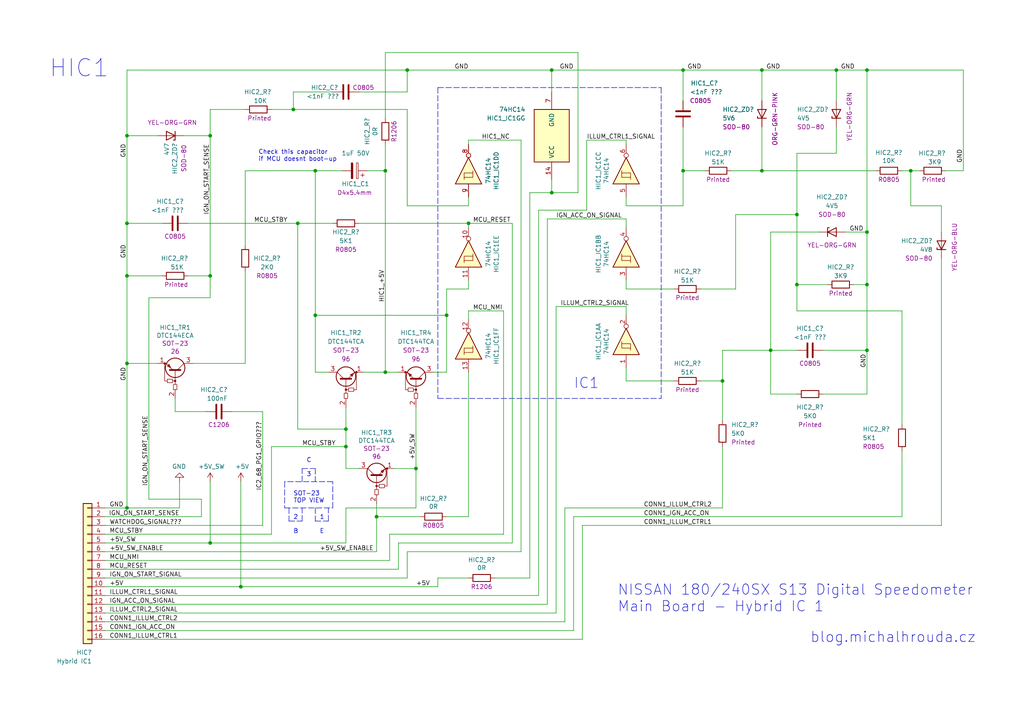
<source format=kicad_sch>
(kicad_sch (version 20250114) (generator "eeschema") (generator_version "9.0")
  (paper "A4")
  (title_block (date "2026-01-31") (rev "REV3"))
  (lib_symbols
    (symbol "180sx-240sx-s13-digidash-rescue:+5V-power" (power) (pin_names (offset 0))
      (property "Value" "power_+5V" (at 0 3.556 0))
      (symbol "+5V-power_0_1"
        (polyline (pts (xy -0.762 1.27) (xy 0 2.54)))
        (polyline (pts (xy 0 2.54) (xy 0.762 1.27)))
        (polyline (pts (xy 0 0) (xy 0 2.54)))
      )
      (symbol "+5V-power_1_1"
        (pin power_in line (at 0 0 90) (length 0) (hide yes) (name "+5V") (number "1"))
      )
    )
    (symbol "180sx-240sx-s13-digidash-rescue:GND-power" (power) (pin_names (offset 0))
      (property "Value" "power_GND" (at 0 -3.81 0))
      (symbol "GND-power_0_1"
        (polyline (pts (xy 0 0) (xy 0 -1.27) (xy 1.27 -1.27) (xy 0 -2.54) (xy -1.27 -1.27) (xy 0 -1.27)))
      )
      (symbol "GND-power_1_1"
        (pin power_in line (at 0 0 270) (length 0) (hide yes) (name "GND") (number "1"))
      )
    )
    (symbol "180sx-240sx-s13-digidash-rescue:Q_NPN_EBC_BRT-Device" (pin_names (hide yes))
      (property "Reference" "Q" (at 3.81 1.27 0))
      (property "Value" "Device_Q_NPN_EBC_BRT" (at 3.81 -1.27 0))
      (symbol "Q_NPN_EBC_BRT-Device_0_1"
        (rectangle (start -6.35 0.508) (end -4.826 -0.508))
        (rectangle (start -4.318 -2.286) (end -3.302 -0.762))
        (circle (center -3.81 0) (radius 0.254) (fill (type outline)))
        (polyline (pts (xy -3.81 -0.762) (xy -3.81 0)))
        (polyline (pts (xy -3.81 -2.286) (xy -3.81 -3.048) (xy 1.27 -3.048)))
        (polyline (pts (xy -0.762 0) (xy -4.826 0)))
        (polyline (pts (xy -0.635 1.524) (xy -0.635 -1.524)) (stroke (width 0.508)))
        (circle (center 1.27 -3.048) (radius 0.254) (fill (type outline)))
      )
      (symbol "Q_NPN_EBC_BRT-Device_1_1"
        (polyline (pts (xy -0.635 0.635) (xy 1.27 2.54)))
        (polyline (pts (xy -0.635 -0.635) (xy 1.27 -2.54) (xy 1.27 -2.54)))
        (circle (center 0 0) (radius 2.8194) (stroke (width 0.254)))
        (polyline (pts (xy 0 -1.778) (xy 0.508 -1.27) (xy 1.016 -2.286) (xy 0 -1.778) (xy 0 -1.778)) (fill (type outline)))
        (pin input line (at -8.89 0 0) (length 2.54) (name "B") (number "2"))
        (pin passive line (at 1.27 5.08 270) (length 2.54) (name "C") (number "3"))
        (pin passive line (at 1.27 -5.08 90) (length 2.54) (name "E") (number "1"))
      )
    )
    (symbol "180sx-240sx-s13-digidash-rescue:Q_PNP_EBC_BRT-Device" (pin_names (hide yes))
      (property "Reference" "Q" (at 3.81 1.27 0))
      (property "Value" "Device_Q_PNP_EBC_BRT" (at 3.81 -1.27 0))
      (symbol "Q_PNP_EBC_BRT-Device_0_1"
        (rectangle (start -6.35 0.508) (end -4.826 -0.508))
        (rectangle (start -4.318 -2.286) (end -3.302 -0.762))
        (circle (center -3.81 0) (radius 0.254) (fill (type outline)))
        (polyline (pts (xy -3.81 -0.762) (xy -3.81 0)))
        (polyline (pts (xy -3.81 -2.286) (xy -3.81 -3.048) (xy 1.27 -3.048)))
        (polyline (pts (xy -0.762 0) (xy -4.826 0)))
        (polyline (pts (xy -0.635 1.524) (xy -0.635 -1.524)) (stroke (width 0.508)))
        (polyline (pts (xy 1.016 -1.778) (xy 0.508 -2.286) (xy 0 -1.27) (xy 1.016 -1.778) (xy 1.016 -1.778)) (fill (type outline)))
        (circle (center 1.27 -3.048) (radius 0.254) (fill (type outline)))
      )
      (symbol "Q_PNP_EBC_BRT-Device_1_1"
        (polyline (pts (xy -0.635 0.635) (xy 1.27 2.54)))
        (polyline (pts (xy -0.635 -0.635) (xy 1.27 -2.54) (xy 1.27 -2.54)))
        (circle (center 0 0) (radius 2.8194) (stroke (width 0.254)))
        (pin input line (at -8.89 0 0) (length 2.54) (name "B") (number "2"))
        (pin passive line (at 1.27 5.08 270) (length 2.54) (name "C") (number "3"))
        (pin passive line (at 1.27 -5.08 90) (length 2.54) (name "E") (number "1"))
      )
    )
    (symbol "200sx-digi-dash-rescue:+5V_SW-power" (power) (pin_names (offset 0))
      (property "Value" "+5V_SW-power" (at 0 3.556 0))
      (symbol "+5V_SW-power_0_1"
        (polyline (pts (xy -0.762 1.27) (xy 0 2.54)))
        (polyline (pts (xy 0 2.54) (xy 0.762 1.27)))
        (polyline (pts (xy 0 0) (xy 0 2.54)))
      )
      (symbol "+5V_SW-power_1_1"
        (pin power_in line (at 0 0 90) (length 0) (hide yes) (name "+5V_SW") (number "1"))
      )
    )
    (symbol "200sx-digi-dash-rescue:C_Polarized-Device" (pin_numbers (hide yes)) (pin_names (offset 0.254))
      (property "Reference" "C" (at 0.635 2.54 0))
      (property "Value" "C_Polarized-Device" (at 0.635 -2.54 0))
      (symbol "C_Polarized-Device_0_1"
        (rectangle (start -2.286 0.508) (end 2.286 1.016))
        (polyline (pts (xy -1.778 2.286) (xy -0.762 2.286)))
        (polyline (pts (xy -1.27 2.794) (xy -1.27 1.778)))
        (rectangle (start 2.286 -0.508) (end -2.286 -1.016) (fill (type outline)))
      )
      (symbol "C_Polarized-Device_1_1"
        (pin passive line (at 0 3.81 270) (length 2.794) (name "~") (number "1"))
        (pin passive line (at 0 -3.81 90) (length 2.794) (name "~") (number "2"))
      )
    )
    (symbol "74xx:74HC14" (pin_names (offset 1.016))
      (property "Reference" "U" (at 0 1.27 0))
      (property "Value" "74HC14" (at 0 -1.27 0))
      (symbol "74HC14_1_0"
        (polyline (pts (xy -3.81 3.81) (xy -3.81 -3.81) (xy 3.81 0) (xy -3.81 3.81)) (stroke (width 0.254)) (fill (type background)))
        (pin input line (at -7.62 0 0) (length 3.81) (name "~") (number "1"))
        (pin output inverted (at 7.62 0 180) (length 3.81) (name "~") (number "2"))
      )
      (symbol "74HC14_1_1"
        (polyline (pts (xy -2.54 -1.27) (xy -0.635 -1.27) (xy -0.635 1.27) (xy 0 1.27)))
        (polyline (pts (xy -1.905 -1.27) (xy -1.905 1.27) (xy -0.635 1.27)))
      )
      (symbol "74HC14_2_0"
        (polyline (pts (xy -3.81 3.81) (xy -3.81 -3.81) (xy 3.81 0) (xy -3.81 3.81)) (stroke (width 0.254)) (fill (type background)))
        (pin input line (at -7.62 0 0) (length 3.81) (name "~") (number "3"))
        (pin output inverted (at 7.62 0 180) (length 3.81) (name "~") (number "4"))
      )
      (symbol "74HC14_2_1"
        (polyline (pts (xy -2.54 -1.27) (xy -0.635 -1.27) (xy -0.635 1.27) (xy 0 1.27)))
        (polyline (pts (xy -1.905 -1.27) (xy -1.905 1.27) (xy -0.635 1.27)))
      )
      (symbol "74HC14_3_0"
        (polyline (pts (xy -3.81 3.81) (xy -3.81 -3.81) (xy 3.81 0) (xy -3.81 3.81)) (stroke (width 0.254)) (fill (type background)))
        (pin input line (at -7.62 0 0) (length 3.81) (name "~") (number "5"))
        (pin output inverted (at 7.62 0 180) (length 3.81) (name "~") (number "6"))
      )
      (symbol "74HC14_3_1"
        (polyline (pts (xy -2.54 -1.27) (xy -0.635 -1.27) (xy -0.635 1.27) (xy 0 1.27)))
        (polyline (pts (xy -1.905 -1.27) (xy -1.905 1.27) (xy -0.635 1.27)))
      )
      (symbol "74HC14_4_0"
        (polyline (pts (xy -3.81 3.81) (xy -3.81 -3.81) (xy 3.81 0) (xy -3.81 3.81)) (stroke (width 0.254)) (fill (type background)))
        (pin input line (at -7.62 0 0) (length 3.81) (name "~") (number "9"))
        (pin output inverted (at 7.62 0 180) (length 3.81) (name "~") (number "8"))
      )
      (symbol "74HC14_4_1"
        (polyline (pts (xy -2.54 -1.27) (xy -0.635 -1.27) (xy -0.635 1.27) (xy 0 1.27)))
        (polyline (pts (xy -1.905 -1.27) (xy -1.905 1.27) (xy -0.635 1.27)))
      )
      (symbol "74HC14_5_0"
        (polyline (pts (xy -3.81 3.81) (xy -3.81 -3.81) (xy 3.81 0) (xy -3.81 3.81)) (stroke (width 0.254)) (fill (type background)))
        (pin input line (at -7.62 0 0) (length 3.81) (name "~") (number "11"))
        (pin output inverted (at 7.62 0 180) (length 3.81) (name "~") (number "10"))
      )
      (symbol "74HC14_5_1"
        (polyline (pts (xy -2.54 -1.27) (xy -0.635 -1.27) (xy -0.635 1.27) (xy 0 1.27)))
        (polyline (pts (xy -1.905 -1.27) (xy -1.905 1.27) (xy -0.635 1.27)))
      )
      (symbol "74HC14_6_0"
        (polyline (pts (xy -3.81 3.81) (xy -3.81 -3.81) (xy 3.81 0) (xy -3.81 3.81)) (stroke (width 0.254)) (fill (type background)))
        (pin input line (at -7.62 0 0) (length 3.81) (name "~") (number "13"))
        (pin output inverted (at 7.62 0 180) (length 3.81) (name "~") (number "12"))
      )
      (symbol "74HC14_6_1"
        (polyline (pts (xy -2.54 -1.27) (xy -0.635 -1.27) (xy -0.635 1.27) (xy 0 1.27)))
        (polyline (pts (xy -1.905 -1.27) (xy -1.905 1.27) (xy -0.635 1.27)))
      )
      (symbol "74HC14_7_0"
        (pin power_in line (at 0 12.7 270) (length 5.08) (name "VCC") (number "14"))
        (pin power_in line (at 0 -12.7 90) (length 5.08) (name "GND") (number "7"))
      )
      (symbol "74HC14_7_1"
        (rectangle (start -5.08 7.62) (end 5.08 -7.62) (stroke (width 0.254)) (fill (type background)))
      )
    )
    (symbol "Connector_Generic:Conn_01x16" (pin_names (offset 1.016) (hide yes))
      (property "Reference" "J" (at 0 20.32 0))
      (property "Value" "Conn_01x16" (at 0 -22.86 0))
      (symbol "Conn_01x16_1_1"
        (rectangle (start -1.27 19.05) (end 1.27 -21.59) (stroke (width 0.254)) (fill (type background)))
        (rectangle (start -1.27 17.907) (end 0 17.653) (stroke (width 0.1524)))
        (rectangle (start -1.27 15.367) (end 0 15.113) (stroke (width 0.1524)))
        (rectangle (start -1.27 12.827) (end 0 12.573) (stroke (width 0.1524)))
        (rectangle (start -1.27 10.287) (end 0 10.033) (stroke (width 0.1524)))
        (rectangle (start -1.27 7.747) (end 0 7.493) (stroke (width 0.1524)))
        (rectangle (start -1.27 5.207) (end 0 4.953) (stroke (width 0.1524)))
        (rectangle (start -1.27 2.667) (end 0 2.413) (stroke (width 0.1524)))
        (rectangle (start -1.27 0.127) (end 0 -0.127) (stroke (width 0.1524)))
        (rectangle (start -1.27 -2.413) (end 0 -2.667) (stroke (width 0.1524)))
        (rectangle (start -1.27 -4.953) (end 0 -5.207) (stroke (width 0.1524)))
        (rectangle (start -1.27 -7.493) (end 0 -7.747) (stroke (width 0.1524)))
        (rectangle (start -1.27 -10.033) (end 0 -10.287) (stroke (width 0.1524)))
        (rectangle (start -1.27 -12.573) (end 0 -12.827) (stroke (width 0.1524)))
        (rectangle (start -1.27 -15.113) (end 0 -15.367) (stroke (width 0.1524)))
        (rectangle (start -1.27 -17.653) (end 0 -17.907) (stroke (width 0.1524)))
        (rectangle (start -1.27 -20.193) (end 0 -20.447) (stroke (width 0.1524)))
        (pin passive line (at -5.08 17.78 0) (length 3.81) (name "Pin_1") (number "1"))
        (pin passive line (at -5.08 15.24 0) (length 3.81) (name "Pin_2") (number "2"))
        (pin passive line (at -5.08 12.7 0) (length 3.81) (name "Pin_3") (number "3"))
        (pin passive line (at -5.08 10.16 0) (length 3.81) (name "Pin_4") (number "4"))
        (pin passive line (at -5.08 7.62 0) (length 3.81) (name "Pin_5") (number "5"))
        (pin passive line (at -5.08 5.08 0) (length 3.81) (name "Pin_6") (number "6"))
        (pin passive line (at -5.08 2.54 0) (length 3.81) (name "Pin_7") (number "7"))
        (pin passive line (at -5.08 0 0) (length 3.81) (name "Pin_8") (number "8"))
        (pin passive line (at -5.08 -2.54 0) (length 3.81) (name "Pin_9") (number "9"))
        (pin passive line (at -5.08 -5.08 0) (length 3.81) (name "Pin_10") (number "10"))
        (pin passive line (at -5.08 -7.62 0) (length 3.81) (name "Pin_11") (number "11"))
        (pin passive line (at -5.08 -10.16 0) (length 3.81) (name "Pin_12") (number "12"))
        (pin passive line (at -5.08 -12.7 0) (length 3.81) (name "Pin_13") (number "13"))
        (pin passive line (at -5.08 -15.24 0) (length 3.81) (name "Pin_14") (number "14"))
        (pin passive line (at -5.08 -17.78 0) (length 3.81) (name "Pin_15") (number "15"))
        (pin passive line (at -5.08 -20.32 0) (length 3.81) (name "Pin_16") (number "16"))
      )
    )
    (symbol "Device:C" (pin_numbers (hide yes)) (pin_names (offset 0.254))
      (property "Reference" "C" (at 0.635 2.54 0))
      (property "Value" "C" (at 0.635 -2.54 0))
      (symbol "C_0_1"
        (polyline (pts (xy -2.032 0.762) (xy 2.032 0.762)) (stroke (width 0.508)))
        (polyline (pts (xy -2.032 -0.762) (xy 2.032 -0.762)) (stroke (width 0.508)))
      )
      (symbol "C_1_1"
        (pin passive line (at 0 3.81 270) (length 2.794) (name "~") (number "1"))
        (pin passive line (at 0 -3.81 90) (length 2.794) (name "~") (number "2"))
      )
    )
    (symbol "Device:D_Zener" (pin_numbers (hide yes)) (pin_names (offset 1.016) (hide yes))
      (property "Reference" "D" (at 0 2.54 0))
      (property "Value" "D_Zener" (at 0 -2.54 0))
      (symbol "D_Zener_0_1"
        (polyline (pts (xy -1.27 -1.27) (xy -1.27 1.27) (xy -0.762 1.27)) (stroke (width 0.254)))
        (polyline (pts (xy 1.27 0) (xy -1.27 0)))
        (polyline (pts (xy 1.27 -1.27) (xy 1.27 1.27) (xy -1.27 0) (xy 1.27 -1.27)) (stroke (width 0.254)))
      )
      (symbol "D_Zener_1_1"
        (pin passive line (at -3.81 0 0) (length 2.54) (name "K") (number "1"))
        (pin passive line (at 3.81 0 180) (length 2.54) (name "A") (number "2"))
      )
    )
    (symbol "Device:R" (pin_numbers (hide yes)) (pin_names (offset 0))
      (property "Reference" "R" (at 2.032 0 90))
      (property "Value" "R" (at 0 0 90))
      (symbol "R_0_1"
        (rectangle (start -1.016 -2.54) (end 1.016 2.54) (stroke (width 0.254)))
      )
      (symbol "R_1_1"
        (pin passive line (at 0 3.81 270) (length 1.27) (name "~") (number "1"))
        (pin passive line (at 0 -3.81 90) (length 1.27) (name "~") (number "2"))
      )
    )
  )
  (text "HIC1" (at 31.75 22.86 0) (effects (font (size 5.0038 5.0038)) (justify right bottom)))
  (text "NISSAN 180/240SX S13 Digital Speedometer\nMain Board - Hybrid IC 1" (at 179.07 177.8 0) (effects (font (size 2.9972 2.9972)) (justify left bottom)))
  (text "2\n\nB" (at 85.09 154.94 0) (effects (font (size 1.27 1.27)) (justify left bottom)))
  (text "SOT-23\nTOP VIEW" (at 85.09 146.05 0) (effects (font (size 1.27 1.27)) (justify left bottom)))
  (text "C\n\n3" (at 88.9 138.43 0) (effects (font (size 1.27 1.27)) (justify left bottom)))
  (text "Check this capacitor\nif MCU doesnt boot-up" (at 74.93 46.99 0) (effects (font (size 1.27 1.27)) (justify left bottom)))
  (text "1\n\nE" (at 92.71 154.94 0) (effects (font (size 1.27 1.27)) (justify left bottom)))
  (text "IC1" (at 166.37 113.03 0) (effects (font (size 2.9972 2.9972)) (justify left bottom)))
  (text "blog.michalhrouda.cz" (at 234.95 186.69 0) (effects (font (size 2.9972 2.9972)) (justify left bottom)))
  (junction (at 160.02 55.88))
  (junction (at 118.11 20.32))
  (junction (at 60.96 80.01))
  (junction (at 251.46 20.32))
  (junction (at 160.02 20.32))
  (junction (at 109.22 149.86))
  (junction (at 100.33 129.54))
  (junction (at 231.14 82.55))
  (junction (at 264.16 49.53))
  (junction (at 91.44 49.53))
  (junction (at 231.14 62.23))
  (junction (at 36.83 80.01))
  (junction (at 36.83 64.77))
  (junction (at 251.46 67.31))
  (junction (at 100.33 124.46))
  (junction (at 220.98 20.32))
  (junction (at 198.12 49.53))
  (junction (at 251.46 82.55))
  (junction (at 36.83 147.32))
  (junction (at 85.09 31.75))
  (junction (at 251.46 101.6))
  (junction (at 86.36 64.77))
  (junction (at 60.96 39.37))
  (junction (at 129.54 91.44))
  (junction (at 60.96 157.48))
  (junction (at 198.12 20.32))
  (junction (at 91.44 91.44))
  (junction (at 111.76 49.53))
  (junction (at 220.98 49.53))
  (junction (at 36.83 39.37))
  (junction (at 135.89 64.77))
  (junction (at 69.85 170.18))
  (junction (at 223.52 101.6))
  (junction (at 242.57 20.32))
  (junction (at 36.83 105.41))
  (junction (at 209.55 110.49))
  (junction (at 111.76 107.95))
  (junction (at 120.65 135.89))
  (wire (pts (xy 86.36 124.46) (xy 86.36 64.77)))
  (wire (pts (xy 198.12 49.53) (xy 198.12 59.69)))
  (wire (pts (xy 100.33 129.54) (xy 100.33 124.46)))
  (wire (pts (xy 231.14 44.45) (xy 242.57 44.45)))
  (wire (pts (xy 160.02 26.67) (xy 160.02 20.32)))
  (wire (pts (xy 30.48 152.4) (xy 76.2 152.4)))
  (wire (pts (xy 166.37 149.86) (xy 261.62 149.86)))
  (wire (pts (xy 114.3 135.89) (xy 120.65 135.89)))
  (wire (pts (xy 60.96 39.37) (xy 60.96 80.01)))
  (wire (pts (xy 30.48 175.26) (xy 158.75 175.26)))
  (wire (pts (xy 76.2 152.4) (xy 76.2 119.38)))
  (polyline (pts (xy 127 25.4) (xy 127 115.57)) (stroke (width 0) (type dash)))
  (wire (pts (xy 113.03 162.56) (xy 113.03 154.94)))
  (wire (pts (xy 36.83 20.32) (xy 118.11 20.32)))
  (wire (pts (xy 181.61 57.15) (xy 181.61 59.69)))
  (wire (pts (xy 69.85 170.18) (xy 127 170.18)))
  (polyline (pts (xy 91.44 151.13) (xy 95.25 151.13)) (stroke (width 0) (type dash)))
  (wire (pts (xy 203.2 83.82) (xy 213.36 83.82)))
  (polyline (pts (xy 82.55 139.7) (xy 82.55 147.32)) (stroke (width 0) (type dash)))
  (wire (pts (xy 160.02 20.32) (xy 198.12 20.32)))
  (wire (pts (xy 166.37 182.88) (xy 166.37 149.86)))
  (wire (pts (xy 30.48 147.32) (xy 36.83 147.32)))
  (wire (pts (xy 60.96 80.01) (xy 54.61 80.01)))
  (wire (pts (xy 156.21 172.72) (xy 156.21 60.96)))
  (polyline (pts (xy 127 115.57) (xy 191.77 115.57)) (stroke (width 0) (type dash)))
  (wire (pts (xy 251.46 114.3) (xy 251.46 101.6)))
  (wire (pts (xy 223.52 101.6) (xy 209.55 101.6)))
  (wire (pts (xy 118.11 20.32) (xy 160.02 20.32)))
  (wire (pts (xy 30.48 154.94) (xy 78.74 154.94)))
  (wire (pts (xy 135.89 107.95) (xy 135.89 149.86)))
  (wire (pts (xy 127 167.64) (xy 135.89 167.64)))
  (wire (pts (xy 151.13 40.64) (xy 151.13 160.02)))
  (wire (pts (xy 52.07 147.32) (xy 52.07 139.7)))
  (wire (pts (xy 251.46 67.31) (xy 251.46 20.32)))
  (wire (pts (xy 96.52 64.77) (xy 86.36 64.77)))
  (wire (pts (xy 156.21 60.96) (xy 170.18 60.96)))
  (wire (pts (xy 135.89 81.28) (xy 135.89 83.82)))
  (wire (pts (xy 118.11 31.75) (xy 118.11 59.69)))
  (wire (pts (xy 195.58 83.82) (xy 181.61 83.82)))
  (wire (pts (xy 30.48 172.72) (xy 156.21 172.72)))
  (wire (pts (xy 36.83 64.77) (xy 36.83 39.37)))
  (wire (pts (xy 261.62 123.19) (xy 261.62 90.17)))
  (wire (pts (xy 100.33 157.48) (xy 100.33 147.32)))
  (wire (pts (xy 85.09 26.67) (xy 85.09 31.75)))
  (wire (pts (xy 168.91 152.4) (xy 273.05 152.4)))
  (wire (pts (xy 231.14 82.55) (xy 231.14 90.17)))
  (wire (pts (xy 43.18 86.36) (xy 43.18 144.78)))
  (wire (pts (xy 153.67 55.88) (xy 160.02 55.88)))
  (wire (pts (xy 91.44 49.53) (xy 91.44 91.44)))
  (polyline (pts (xy 191.77 25.4) (xy 191.77 115.57)) (stroke (width 0) (type dash)))
  (wire (pts (xy 163.83 180.34) (xy 163.83 147.32)))
  (polyline (pts (xy 83.82 151.13) (xy 87.63 151.13)) (stroke (width 0) (type dash)))
  (wire (pts (xy 168.91 185.42) (xy 168.91 152.4)))
  (wire (pts (xy 120.65 147.32) (xy 120.65 135.89)))
  (wire (pts (xy 118.11 26.67) (xy 118.11 20.32)))
  (wire (pts (xy 129.54 91.44) (xy 129.54 83.82)))
  (wire (pts (xy 167.64 55.88) (xy 160.02 55.88)))
  (wire (pts (xy 195.58 110.49) (xy 181.61 110.49)))
  (wire (pts (xy 148.59 64.77) (xy 135.89 64.77)))
  (polyline (pts (xy 95.25 151.13) (xy 95.25 147.32)) (stroke (width 0) (type dash)))
  (wire (pts (xy 220.98 49.53) (xy 254 49.53)))
  (wire (pts (xy 242.57 29.21) (xy 242.57 20.32)))
  (wire (pts (xy 78.74 129.54) (xy 100.33 129.54)))
  (wire (pts (xy 279.4 20.32) (xy 279.4 49.53)))
  (wire (pts (xy 60.96 157.48) (xy 60.96 139.7)))
  (polyline (pts (xy 87.63 151.13) (xy 87.63 147.32)) (stroke (width 0) (type dash)))
  (wire (pts (xy 135.89 40.64) (xy 151.13 40.64)))
  (wire (pts (xy 273.05 67.31) (xy 273.05 59.69)))
  (wire (pts (xy 204.47 49.53) (xy 198.12 49.53)))
  (wire (pts (xy 30.48 180.34) (xy 163.83 180.34)))
  (wire (pts (xy 279.4 49.53) (xy 274.32 49.53)))
  (wire (pts (xy 129.54 107.95) (xy 129.54 91.44)))
  (wire (pts (xy 231.14 90.17) (xy 261.62 90.17)))
  (wire (pts (xy 58.42 144.78) (xy 58.42 149.86)))
  (wire (pts (xy 69.85 139.7) (xy 69.85 170.18)))
  (wire (pts (xy 163.83 147.32) (xy 209.55 147.32)))
  (wire (pts (xy 60.96 157.48) (xy 100.33 157.48)))
  (wire (pts (xy 261.62 149.86) (xy 261.62 130.81)))
  (wire (pts (xy 181.61 40.64) (xy 170.18 40.64)))
  (wire (pts (xy 43.18 86.36) (xy 60.96 86.36)))
  (wire (pts (xy 231.14 62.23) (xy 213.36 62.23)))
  (wire (pts (xy 220.98 20.32) (xy 242.57 20.32)))
  (polyline (pts (xy 83.82 147.32) (xy 83.82 151.13)) (stroke (width 0) (type dash)))
  (wire (pts (xy 223.52 114.3) (xy 231.14 114.3)))
  (wire (pts (xy 125.73 107.95) (xy 129.54 107.95)))
  (wire (pts (xy 30.48 149.86) (xy 58.42 149.86)))
  (wire (pts (xy 181.61 59.69) (xy 198.12 59.69)))
  (wire (pts (xy 273.05 59.69) (xy 264.16 59.69)))
  (wire (pts (xy 85.09 26.67) (xy 96.52 26.67)))
  (wire (pts (xy 91.44 91.44) (xy 91.44 107.95)))
  (polyline (pts (xy 96.52 139.7) (xy 82.55 139.7)) (stroke (width 0) (type dash)))
  (wire (pts (xy 78.74 129.54) (xy 78.74 154.94)))
  (wire (pts (xy 238.76 114.3) (xy 251.46 114.3)))
  (wire (pts (xy 91.44 91.44) (xy 129.54 91.44)))
  (wire (pts (xy 181.61 66.04) (xy 181.61 63.5)))
  (wire (pts (xy 111.76 107.95) (xy 115.57 107.95)))
  (wire (pts (xy 100.33 129.54) (xy 100.33 135.89)))
  (wire (pts (xy 264.16 59.69) (xy 264.16 49.53)))
  (wire (pts (xy 118.11 160.02) (xy 151.13 160.02)))
  (wire (pts (xy 161.29 177.8) (xy 161.29 88.9)))
  (wire (pts (xy 209.55 147.32) (xy 209.55 129.54)))
  (wire (pts (xy 109.22 149.86) (xy 121.92 149.86)))
  (wire (pts (xy 223.52 101.6) (xy 231.14 101.6)))
  (wire (pts (xy 135.89 57.15) (xy 135.89 59.69)))
  (wire (pts (xy 60.96 86.36) (xy 60.96 80.01)))
  (wire (pts (xy 127 170.18) (xy 127 167.64)))
  (wire (pts (xy 143.51 167.64) (xy 153.67 167.64)))
  (wire (pts (xy 135.89 90.17) (xy 146.05 90.17)))
  (wire (pts (xy 104.14 135.89) (xy 100.33 135.89)))
  (wire (pts (xy 71.12 71.12) (xy 71.12 49.53)))
  (wire (pts (xy 115.57 157.48) (xy 148.59 157.48)))
  (wire (pts (xy 181.61 41.91) (xy 181.61 40.64)))
  (polyline (pts (xy 96.52 147.32) (xy 96.52 139.7)) (stroke (width 0) (type dash)))
  (wire (pts (xy 60.96 39.37) (xy 60.96 31.75)))
  (wire (pts (xy 220.98 49.53) (xy 220.98 36.83)))
  (wire (pts (xy 135.89 149.86) (xy 129.54 149.86)))
  (wire (pts (xy 36.83 39.37) (xy 36.83 20.32)))
  (wire (pts (xy 135.89 64.77) (xy 135.89 66.04)))
  (wire (pts (xy 111.76 34.29) (xy 111.76 15.24)))
  (wire (pts (xy 105.41 107.95) (xy 111.76 107.95)))
  (wire (pts (xy 146.05 154.94) (xy 113.03 154.94)))
  (wire (pts (xy 251.46 82.55) (xy 251.46 101.6)))
  (wire (pts (xy 36.83 147.32) (xy 52.07 147.32)))
  (polyline (pts (xy 91.44 135.89) (xy 91.44 139.7)) (stroke (width 0) (type dash)))
  (wire (pts (xy 71.12 49.53) (xy 91.44 49.53)))
  (wire (pts (xy 46.99 64.77) (xy 36.83 64.77)))
  (wire (pts (xy 209.55 110.49) (xy 209.55 121.92)))
  (wire (pts (xy 161.29 88.9) (xy 181.61 88.9)))
  (wire (pts (xy 198.12 20.32) (xy 220.98 20.32)))
  (wire (pts (xy 223.52 101.6) (xy 223.52 114.3)))
  (wire (pts (xy 242.57 20.32) (xy 251.46 20.32)))
  (wire (pts (xy 36.83 80.01) (xy 36.83 64.77)))
  (polyline (pts (xy 91.44 147.32) (xy 91.44 151.13)) (stroke (width 0) (type dash)))
  (wire (pts (xy 60.96 39.37) (xy 53.34 39.37)))
  (polyline (pts (xy 127 25.4) (xy 191.77 25.4)) (stroke (width 0) (type dash)))
  (wire (pts (xy 85.09 31.75) (xy 118.11 31.75)))
  (wire (pts (xy 115.57 165.1) (xy 115.57 157.48)))
  (wire (pts (xy 261.62 49.53) (xy 264.16 49.53)))
  (wire (pts (xy 237.49 67.31) (xy 223.52 67.31)))
  (wire (pts (xy 36.83 147.32) (xy 36.83 105.41)))
  (wire (pts (xy 160.02 55.88) (xy 160.02 52.07)))
  (wire (pts (xy 30.48 167.64) (xy 118.11 167.64)))
  (wire (pts (xy 273.05 152.4) (xy 273.05 74.93)))
  (wire (pts (xy 170.18 40.64) (xy 170.18 60.96)))
  (wire (pts (xy 146.05 90.17) (xy 146.05 154.94)))
  (wire (pts (xy 30.48 177.8) (xy 161.29 177.8)))
  (wire (pts (xy 54.61 64.77) (xy 86.36 64.77)))
  (wire (pts (xy 111.76 49.53) (xy 111.76 41.91)))
  (wire (pts (xy 120.65 118.11) (xy 120.65 135.89)))
  (wire (pts (xy 30.48 165.1) (xy 115.57 165.1)))
  (wire (pts (xy 181.61 81.28) (xy 181.61 83.82)))
  (wire (pts (xy 118.11 59.69) (xy 135.89 59.69)))
  (wire (pts (xy 59.69 119.38) (xy 50.8 119.38)))
  (wire (pts (xy 212.09 49.53) (xy 220.98 49.53)))
  (wire (pts (xy 231.14 44.45) (xy 231.14 62.23)))
  (wire (pts (xy 158.75 175.26) (xy 158.75 63.5)))
  (wire (pts (xy 111.76 49.53) (xy 106.68 49.53)))
  (polyline (pts (xy 87.63 135.89) (xy 91.44 135.89)) (stroke (width 0) (type dash)))
  (wire (pts (xy 111.76 49.53) (xy 111.76 107.95)))
  (wire (pts (xy 100.33 147.32) (xy 120.65 147.32)))
  (wire (pts (xy 251.46 101.6) (xy 238.76 101.6)))
  (wire (pts (xy 55.88 105.41) (xy 71.12 105.41)))
  (wire (pts (xy 242.57 44.45) (xy 242.57 36.83)))
  (wire (pts (xy 30.48 182.88) (xy 166.37 182.88)))
  (wire (pts (xy 223.52 67.31) (xy 223.52 101.6)))
  (wire (pts (xy 118.11 167.64) (xy 118.11 160.02)))
  (wire (pts (xy 71.12 105.41) (xy 71.12 78.74)))
  (wire (pts (xy 247.65 82.55) (xy 251.46 82.55)))
  (wire (pts (xy 135.89 90.17) (xy 135.89 92.71)))
  (wire (pts (xy 46.99 80.01) (xy 36.83 80.01)))
  (wire (pts (xy 30.48 170.18) (xy 69.85 170.18)))
  (wire (pts (xy 198.12 49.53) (xy 198.12 36.83)))
  (wire (pts (xy 30.48 185.42) (xy 168.91 185.42)))
  (wire (pts (xy 129.54 83.82) (xy 135.89 83.82)))
  (wire (pts (xy 148.59 157.48) (xy 148.59 64.77)))
  (wire (pts (xy 135.89 41.91) (xy 135.89 40.64)))
  (wire (pts (xy 153.67 55.88) (xy 153.67 167.64)))
  (wire (pts (xy 104.14 64.77) (xy 135.89 64.77)))
  (wire (pts (xy 30.48 160.02) (xy 109.22 160.02)))
  (wire (pts (xy 213.36 83.82) (xy 213.36 62.23)))
  (wire (pts (xy 109.22 149.86) (xy 109.22 146.05)))
  (wire (pts (xy 36.83 80.01) (xy 36.83 105.41)))
  (wire (pts (xy 104.14 26.67) (xy 118.11 26.67)))
  (wire (pts (xy 67.31 119.38) (xy 76.2 119.38)))
  (polyline (pts (xy 82.55 147.32) (xy 96.52 147.32)) (stroke (width 0) (type dash)))
  (wire (pts (xy 231.14 62.23) (xy 231.14 82.55)))
  (wire (pts (xy 43.18 144.78) (xy 58.42 144.78)))
  (wire (pts (xy 203.2 110.49) (xy 209.55 110.49)))
  (wire (pts (xy 45.72 39.37) (xy 36.83 39.37)))
  (wire (pts (xy 30.48 162.56) (xy 113.03 162.56)))
  (wire (pts (xy 251.46 67.31) (xy 251.46 82.55)))
  (wire (pts (xy 95.25 107.95) (xy 91.44 107.95)))
  (wire (pts (xy 245.11 67.31) (xy 251.46 67.31)))
  (wire (pts (xy 71.12 31.75) (xy 60.96 31.75)))
  (wire (pts (xy 181.61 110.49) (xy 181.61 106.68)))
  (wire (pts (xy 50.8 119.38) (xy 50.8 115.57)))
  (wire (pts (xy 209.55 101.6) (xy 209.55 110.49)))
  (wire (pts (xy 109.22 160.02) (xy 109.22 149.86)))
  (wire (pts (xy 91.44 49.53) (xy 99.06 49.53)))
  (wire (pts (xy 198.12 29.21) (xy 198.12 20.32)))
  (wire (pts (xy 251.46 20.32) (xy 279.4 20.32)))
  (wire (pts (xy 78.74 31.75) (xy 85.09 31.75)))
  (wire (pts (xy 100.33 124.46) (xy 86.36 124.46)))
  (wire (pts (xy 240.03 82.55) (xy 231.14 82.55)))
  (wire (pts (xy 100.33 118.11) (xy 100.33 124.46)))
  (polyline (pts (xy 87.63 139.7) (xy 87.63 135.89)) (stroke (width 0) (type dash)))
  (wire (pts (xy 111.76 15.24) (xy 167.64 15.24)))
  (wire (pts (xy 220.98 29.21) (xy 220.98 20.32)))
  (wire (pts (xy 30.48 157.48) (xy 60.96 157.48)))
  (wire (pts (xy 45.72 105.41) (xy 36.83 105.41)))
  (wire (pts (xy 181.61 91.44) (xy 181.61 88.9)))
  (wire (pts (xy 158.75 63.5) (xy 181.61 63.5)))
  (wire (pts (xy 264.16 49.53) (xy 266.7 49.53)))
  (wire (pts (xy 167.64 15.24) (xy 167.64 55.88)))
  (label "GND" (at 166.37 20.32 180))
  (label "MCU_STBY" (at 87.63 129.54 0))
  (label "GND" (at 251.46 106.68 90))
  (label "ILLUM_CTRL1_SIGNAL" (at 31.75 172.72 0))
  (label "ILLUM_CTRL1_SIGNAL" (at 170.18 40.64 0))
  (label "CONN1_ILLUM_CTRL1" (at 31.75 185.42 0))
  (label "IGN_ON_START_SENSE" (at 52.07 149.86 180))
  (label "+5V_SW" (at 31.75 157.48 0))
  (label "+5V" (at 120.65 170.18 0))
  (label "ILLUM_CTRL2_SIGNAL" (at 162.56 88.9 0))
  (label "+5V_SW_ENABLE" (at 92.71 160.02 0))
  (label "+5V_SW_ENABLE" (at 31.75 160.02 0))
  (label "IGN_ON_START_SENSE" (at 60.96 62.23 90))
  (label "GND" (at 36.83 74.93 90))
  (label "GND" (at 36.83 45.72 90))
  (label "CONN1_IGN_ACC_ON" (at 31.75 182.88 0))
  (label "ILLUM_CTRL2_SIGNAL" (at 31.75 177.8 0))
  (label "IGN_ON_START_SENSE" (at 43.18 140.97 90))
  (label "MCU_STBY" (at 73.66 64.77 0))
  (label "IGN_ACC_ON_SIGNAL" (at 161.29 63.5 0))
  (label "IC2_68_PG1_GPIO???" (at 76.2 142.24 90))
  (label "MCU_NMI" (at 31.75 162.56 0))
  (label "MCU_RESET" (at 31.75 165.1 0))
  (label "CONN1_ILLUM_CTRL1" (at 186.69 152.4 0))
  (label "IGN_ON_START_SIGNAL" (at 31.75 167.64 0))
  (label "GND" (at 279.4 43.18 270))
  (label "CONN1_ILLUM_CTRL2" (at 186.69 147.32 0))
  (label "WATCHDOG_SIGNAL???" (at 31.75 152.4 0))
  (label "MCU_NMI" (at 137.16 90.17 0))
  (label "CONN1_IGN_ACC_ON" (at 186.69 149.86 0))
  (label "CONN1_ILLUM_CTRL2" (at 31.75 180.34 0))
  (label "MCU_STBY" (at 31.75 154.94 0))
  (label "GND" (at 31.75 147.32 0))
  (label "GND" (at 243.84 20.32 0))
  (label "HIC1_NC" (at 139.7 40.64 0))
  (label "GND" (at 222.25 20.32 0))
  (label "MCU_RESET" (at 137.16 64.77 0))
  (label "HIC1_+5V" (at 111.76 87.63 90))
  (label "+5V" (at 31.75 170.18 0))
  (label "GND" (at 199.39 20.32 0))
  (label "IGN_ACC_ON_SIGNAL" (at 31.75 175.26 0))
  (label "GND" (at 135.89 20.32 180))
  (label "GND" (at 36.83 110.49 90))
  (label "+5V_SW" (at 120.65 133.35 90))
  (label "GND" (at 246.38 67.31 0))
  (symbol (lib_id "180sx-240sx-s13-digidash-rescue:+5V-power") (at 69.85 139.7 0) (unit 1)
    (property "Reference" "#PWR095" (effects (hide yes)))
    (property "Value" "+5V" (at 70.231 135.3058 0))
    (instances (project "" (path "" (reference "#PWR?") (unit 1)) (path "" (reference "#PWR095") (unit 1))))
  )
  (symbol (lib_id "200sx-digi-dash-rescue:+5V_SW-power") (at 60.96 139.7 0) (unit 1)
    (property "Reference" "#PWR094" (effects (hide yes)))
    (property "Value" "+5V_SW" (at 61.341 135.3058 0))
    (instances (project "" (path "" (reference "#PWR094") (unit 1)) (path "" (reference "#PWR?") (unit 1)) (path "" (reference "#PWR?") (unit 1)) (path "" (reference "#PWR094") (unit 1))))
  )
  (symbol (lib_id "Device:D_Zener") (at 273.05 71.12 90) (unit 1)
    (property "Reference" "HIC1_ZD5" (at 270.51 69.85 90) (effects (justify left)))
    (property "Value" "4V8" (at 270.51 72.39 90) (effects (justify left)))
    (property "Package" "SOD-80" (at 270.51 74.93 90) (effects (justify left)))
    (property "Marking" "YEL-ORG-BLU" (at 276.86 78.74 0) (effects (justify left)))
    (instances (project "" (path "" (reference "HIC2_ZD?") (unit 1)) (path "" (reference "HIC2_ZD?") (unit 1)) (path "" (reference "HIC1_ZD5") (unit 1)) (path "" (reference "HIC2_ZD?") (unit 1))))
  )
  (symbol (lib_id "Device:D_Zener") (at 241.3 67.31 0) (unit 1)
    (property "Reference" "HIC1_ZD4" (at 241.3 57.15 0))
    (property "Value" "4V5" (at 241.3 59.69 0))
    (property "Package" "SOD-80" (at 241.3 62.23 0))
    (property "Marking" "YEL-ORG-GRN" (at 241.3 71.12 0))
    (instances (project "" (path "" (reference "HIC2_ZD?") (unit 1)) (path "" (reference "HIC2_ZD?") (unit 1)) (path "" (reference "HIC1_ZD4") (unit 1)) (path "" (reference "HIC2_ZD?") (unit 1))))
  )
  (symbol (lib_id "Device:D_Zener") (at 242.57 33.02 90) (unit 1)
    (property "Reference" "HIC1_ZD3" (at 231.14 31.75 90) (effects (justify right)))
    (property "Value" "4V5" (at 231.14 34.29 90) (effects (justify right)))
    (property "Package" "SOD-80" (at 231.14 36.83 90) (effects (justify right)))
    (property "Marking" "YEL-ORG-GRN" (at 246.38 26.67 0) (effects (justify right)))
    (instances (project "" (path "" (reference "HIC2_ZD?") (unit 1)) (path "" (reference "HIC2_ZD?") (unit 1)) (path "" (reference "HIC1_ZD3") (unit 1)) (path "" (reference "HIC2_ZD?") (unit 1))))
  )
  (symbol (lib_id "Device:D_Zener") (at 220.98 33.02 90) (unit 1)
    (property "Reference" "HIC1_ZD2" (at 209.55 31.75 90) (effects (justify right)))
    (property "Value" "5V6" (at 209.55 34.29 90) (effects (justify right)))
    (property "Package" "SOD-80" (at 209.55 36.83 90) (effects (justify right)))
    (property "Marking" "ORG-GRN-PINK" (at 224.79 26.67 0) (effects (justify right)))
    (instances (project "" (path "" (reference "HIC2_ZD?") (unit 1)) (path "" (reference "HIC2_ZD?") (unit 1)) (path "" (reference "HIC1_ZD2") (unit 1)) (path "" (reference "HIC2_ZD?") (unit 1))))
  )
  (symbol (lib_id "Device:D_Zener") (at 49.53 39.37 180) (unit 1)
    (property "Reference" "HIC1_ZD1" (at 50.6984 41.402 90) (effects (justify left)))
    (property "Value" "4V7" (at 48.387 41.402 90) (effects (justify left)))
    (property "Package" "SOD-80" (at 53.34 41.91 90) (effects (justify left)))
    (property "Marking" "YEL-ORG-GRN" (at 57.15 35.56 0) (effects (justify left)))
    (instances (project "" (path "" (reference "HIC2_ZD?") (unit 1)) (path "" (reference "HIC2_ZD?") (unit 1)) (path "" (reference "HIC1_ZD1") (unit 1)) (path "" (reference "HIC2_ZD?") (unit 1))))
  )
  (symbol (lib_id "Device:R") (at 139.7 167.64 270) (unit 1)
    (property "Reference" "HIC1_R7" (at 139.7 162.3822 90))
    (property "Value" "0R" (at 139.7 164.6936 90))
    (property "Package" "R1206" (at 139.7 170.18 90))
    (instances (project "" (path "" (reference "HIC2_R?") (unit 1)) (path "" (reference "HIC1_R7") (unit 1)) (path "" (reference "HIC2_R?") (unit 1))))
  )
  (symbol (lib_id "Device:R") (at 50.8 80.01 90) (unit 1)
    (property "Reference" "HIC1_R1" (at 54.61 74.93 90) (effects (justify left)))
    (property "Value" "51K" (at 53.34 77.47 90) (effects (justify left)))
    (property "Package" "Printed" (at 54.61 82.55 90) (effects (justify left)))
    (instances (project "" (path "" (reference "HIC2_R?") (unit 1)) (path "" (reference "HIC2_R?") (unit 1)) (path "" (reference "HIC1_R1") (unit 1)) (path "" (reference "HIC2_R?") (unit 1))))
  )
  (symbol (lib_id "200sx-digi-dash-rescue:C_Polarized-Device") (at 102.87 49.53 270) (mirror x) (unit 1)
    (property "Reference" "HIC1_C1" (at 99.06 53.34 90) (effects (justify left)))
    (property "Value" "1uF 50V" (at 99.06 44.45 90) (effects (justify left)))
    (property "Package" "D4x5.4mm" (at 102.87 55.88 90))
    (instances (project "" (path "" (reference "HIC1_C1") (unit 1)) (path "" (reference "HIC2_C?") (unit 1)) (path "" (reference "HIC1_C1") (unit 1)) (path "" (reference "HIC2_C?") (unit 1))))
  )
  (symbol (lib_id "Device:C") (at 63.5 119.38 270) (unit 1)
    (property "Reference" "HIC1_C2" (at 66.04 113.03 90) (effects (justify right)))
    (property "Value" "100nF" (at 66.04 115.57 90) (effects (justify right)))
    (property "Package" "C1206" (at 63.5 123.19 90))
    (instances (project "" (path "" (reference "HIC2_C?") (unit 1)) (path "" (reference "HIC1_C2") (unit 1)) (path "" (reference "HIC2_C?") (unit 1))))
  )
  (symbol (lib_id "Device:R") (at 71.12 74.93 0) (unit 1)
    (property "Reference" "HIC1_R2" (at 77.47 74.93 0))
    (property "Value" "2K0" (at 77.47 77.47 0))
    (property "Package" "R0805" (at 77.47 80.01 0))
    (instances (project "" (path "" (reference "HIC2_R?") (unit 1)) (path "" (reference "HIC1_R2") (unit 1)) (path "" (reference "HIC2_R?") (unit 1))))
  )
  (symbol (lib_id "Device:R") (at 74.93 31.75 90) (unit 1)
    (property "Reference" "HIC1_R4" (at 78.74 26.67 90) (effects (justify left)))
    (property "Value" "10K" (at 77.47 29.21 90) (effects (justify left)))
    (property "Package" "Printed" (at 78.74 34.29 90) (effects (justify left)))
    (instances (project "" (path "" (reference "HIC2_R?") (unit 1)) (path "" (reference "HIC2_R?") (unit 1)) (path "" (reference "HIC1_R4") (unit 1)) (path "" (reference "HIC2_R?") (unit 1))))
  )
  (symbol (lib_id "Device:R") (at 100.33 64.77 90) (mirror x) (unit 1)
    (property "Reference" "HIC1_R3" (at 100.33 67.31 90))
    (property "Value" "5K1" (at 100.33 69.85 90))
    (property "Package" "R0805" (at 100.33 72.39 90))
    (instances (project "" (path "" (reference "HIC2_R?") (unit 1)) (path "" (reference "HIC1_R3") (unit 1)) (path "" (reference "HIC2_R?") (unit 1))))
  )
  (symbol (lib_id "Device:R") (at 125.73 149.86 270) (unit 1)
    (property "Reference" "HIC1_R6" (at 125.73 144.6022 90))
    (property "Value" "0R" (at 125.73 146.9136 90))
    (property "Package" "R0805" (at 125.73 152.4 90))
    (instances (project "" (path "" (reference "HIC2_R?") (unit 1)) (path "" (reference "HIC1_R6") (unit 1)) (path "" (reference "HIC2_R?") (unit 1))))
  )
  (symbol (lib_id "Device:R") (at 111.76 38.1 0) (unit 1)
    (property "Reference" "HIC1_R5" (at 106.5022 38.1 90))
    (property "Value" "0R" (at 108.8136 38.1 90))
    (property "Packag" "R1206" (at 114.3 38.1 90))
    (instances (project "" (path "" (reference "HIC2_R?") (unit 1)) (path "" (reference "HIC1_R5") (unit 1)) (path "" (reference "HIC2_R?") (unit 1))))
  )
  (symbol (lib_id "Device:C") (at 100.33 26.67 90) (unit 1)
    (property "Reference" "HIC1_C4" (at 90.17 25.4 90) (effects (justify right)))
    (property "Value" "<1nF ???" (at 88.9 27.94 90) (effects (justify right)))
    (property "Package" "C0805" (at 105.41 25.4 90))
    (instances (project "" (path "" (reference "HIC2_C?") (unit 1)) (path "" (reference "HIC1_C4") (unit 1)) (path "" (reference "HIC2_C?") (unit 1))))
  )
  (symbol (lib_id "Device:R") (at 257.81 49.53 270) (unit 1)
    (property "Reference" "HIC1_R15" (at 257.81 44.2722 90))
    (property "Value" "10K" (at 257.81 46.5836 90))
    (property "Package" "R0805" (at 257.81 52.07 90))
    (instances (project "" (path "" (reference "HIC2_R?") (unit 1)) (path "" (reference "HIC1_R15") (unit 1)) (path "" (reference "HIC2_R?") (unit 1))))
  )
  (symbol (lib_id "Device:R") (at 261.62 127 0) (unit 1)
    (property "Reference" "HIC1_R14" (at 250.19 124.46 0) (effects (justify left)))
    (property "Value" "5K1" (at 250.19 127 0) (effects (justify left)))
    (property "Package" "R0805" (at 250.19 129.54 0) (effects (justify left)))
    (instances (project "" (path "" (reference "HIC2_R?") (unit 1)) (path "" (reference "HIC1_R14") (unit 1)) (path "" (reference "HIC2_R?") (unit 1))))
  )
  (symbol (lib_id "Device:R") (at 243.84 82.55 90) (unit 1)
    (property "Reference" "HIC1_R13" (at 243.84 77.47 90))
    (property "Value" "3K9" (at 243.84 80.01 90))
    (property "Package" "Printed" (at 243.84 85.09 90))
    (instances (project "" (path "" (reference "HIC2_R?") (unit 1)) (path "" (reference "HIC2_R?") (unit 1)) (path "" (reference "HIC1_R13") (unit 1)) (path "" (reference "HIC2_R?") (unit 1))))
  )
  (symbol (lib_id "Device:R") (at 270.51 49.53 90) (unit 1)
    (property "Reference" "HIC1_R16" (at 274.32 44.45 90) (effects (justify left)))
    (property "Value" "3K9" (at 273.05 46.99 90) (effects (justify left)))
    (property "Package" "Printed" (at 274.32 52.07 90) (effects (justify left)))
    (instances (project "" (path "" (reference "HIC2_R?") (unit 1)) (path "" (reference "HIC2_R?") (unit 1)) (path "" (reference "HIC1_R16") (unit 1)) (path "" (reference "HIC2_R?") (unit 1))))
  )
  (symbol (lib_id "Device:R") (at 234.95 114.3 270) (unit 1)
    (property "Reference" "HIC1_R12" (at 234.95 118.11 90))
    (property "Value" "5K0" (at 234.95 120.65 90))
    (property "Package" "Printed" (at 234.95 123.19 90))
    (instances (project "" (path "" (reference "HIC2_R?") (unit 1)) (path "" (reference "HIC2_R?") (unit 1)) (path "" (reference "HIC1_R12") (unit 1)) (path "" (reference "HIC2_R?") (unit 1))))
  )
  (symbol (lib_id "Device:R") (at 199.39 110.49 90) (unit 1)
    (property "Reference" "HIC1_R8" (at 199.39 105.41 90))
    (property "Value" "51K" (at 199.39 107.95 90))
    (property "Package" "Printed" (at 199.39 113.03 90))
    (instances (project "" (path "" (reference "HIC2_R?") (unit 1)) (path "" (reference "HIC2_R?") (unit 1)) (path "" (reference "HIC1_R8") (unit 1)) (path "" (reference "HIC2_R?") (unit 1))))
  )
  (symbol (lib_id "Device:R") (at 209.55 125.73 180) (unit 1)
    (property "Reference" "HIC1_R11" (at 212.09 123.19 0) (effects (justify right)))
    (property "Value" "5K0" (at 212.09 125.73 0) (effects (justify right)))
    (property "Package" "Printed" (at 212.09 128.27 0) (effects (justify right)))
    (instances (project "" (path "" (reference "HIC2_R?") (unit 1)) (path "" (reference "HIC2_R?") (unit 1)) (path "" (reference "HIC1_R11") (unit 1)) (path "" (reference "HIC2_R?") (unit 1))))
  )
  (symbol (lib_id "Device:R") (at 199.39 83.82 90) (unit 1)
    (property "Reference" "HIC1_R10" (at 199.39 78.74 90))
    (property "Value" "51K" (at 199.39 81.28 90))
    (property "Package" "Printed" (at 199.39 86.36 90))
    (instances (project "" (path "" (reference "HIC2_R?") (unit 1)) (path "" (reference "HIC2_R?") (unit 1)) (path "" (reference "HIC1_R10") (unit 1)) (path "" (reference "HIC2_R?") (unit 1))))
  )
  (symbol (lib_id "Device:R") (at 208.28 49.53 90) (unit 1)
    (property "Reference" "HIC1_R9" (at 208.28 44.45 90))
    (property "Value" "51K" (at 208.28 46.99 90))
    (property "Package" "Printed" (at 208.28 52.07 90))
    (instances (project "" (path "" (reference "HIC2_R?") (unit 1)) (path "" (reference "HIC2_R?") (unit 1)) (path "" (reference "HIC1_R9") (unit 1)) (path "" (reference "HIC2_R?") (unit 1))))
  )
  (symbol (lib_id "74xx:74HC14") (at 181.61 99.06 90) (unit 1)
    (property "Reference" "HIC1_IC1A" (at 173.5582 99.06 0))
    (property "Value" "74HC14" (at 175.8696 99.06 0))
    (property "Datasheet" "http://www.ti.com/lit/gpn/sn74HC14" (effects (hide yes)))
  )
  (symbol (lib_id "74xx:74HC14") (at 181.61 73.66 90) (unit 2)
    (property "Reference" "HIC1_IC1B" (at 173.5582 73.66 0))
    (property "Value" "74HC14" (at 175.8696 73.66 0))
    (property "Datasheet" "http://www.ti.com/lit/gpn/sn74HC14" (effects (hide yes)))
  )
  (symbol (lib_id "74xx:74HC14") (at 181.61 49.53 90) (unit 3)
    (property "Reference" "HIC1_IC1C" (at 173.5582 49.53 0))
    (property "Value" "74HC14" (at 175.8696 49.53 0))
    (property "Datasheet" "http://www.ti.com/lit/gpn/sn74HC14" (effects (hide yes)))
  )
  (symbol (lib_id "74xx:74HC14") (at 135.89 49.53 270) (mirror x) (unit 4)
    (property "Reference" "HIC1_IC1D" (at 143.9418 49.53 0))
    (property "Value" "74HC14" (at 141.6304 49.53 0))
    (property "Datasheet" "http://www.ti.com/lit/gpn/sn74HC14" (effects (hide yes)))
  )
  (symbol (lib_id "74xx:74HC14") (at 135.89 73.66 270) (mirror x) (unit 5)
    (property "Reference" "HIC1_IC1E" (at 143.9418 73.66 0))
    (property "Value" "74HC14" (at 141.6304 73.66 0))
    (property "Datasheet" "http://www.ti.com/lit/gpn/sn74HC14" (effects (hide yes)))
  )
  (symbol (lib_id "74xx:74HC14") (at 135.89 100.33 270) (mirror x) (unit 6)
    (property "Reference" "HIC1_IC1F" (at 143.9418 100.33 0))
    (property "Value" "74HC14" (at 141.6304 100.33 0))
    (property "Datasheet" "http://www.ti.com/lit/gpn/sn74HC14" (effects (hide yes)))
  )
  (symbol (lib_id "74xx:74HC14") (at 160.02 39.37 180) (unit 7)
    (property "Reference" "HIC1_IC1G" (at 152.4 34.29 0) (effects (justify left)))
    (property "Value" "74HC14" (at 152.4 31.75 0) (effects (justify left)))
    (property "Datasheet" "http://www.ti.com/lit/gpn/sn74HC14" (effects (hide yes)))
  )
  (symbol (lib_id "180sx-240sx-s13-digidash-rescue:Q_PNP_EBC_BRT-Device") (at 50.8 106.68 270) (mirror x) (unit 1)
    (property "Reference" "HIC1_TR1" (at 50.8 94.996 90))
    (property "Value" "DTC144ECA" (at 50.8 97.3074 90))
    (property "Package" "SOT-23" (at 50.8 99.6188 90))
    (property "Marking" "26" (at 50.8 101.9302 90))
  )
  (symbol (lib_id "180sx-240sx-s13-digidash-rescue:Q_NPN_EBC_BRT-Device") (at 109.22 137.16 90) (unit 1)
    (property "Reference" "HIC1_TR3" (at 109.22 125.476 90))
    (property "Value" "DTC144TCA" (at 109.22 127.7874 90))
    (property "Package" "SOT-23" (at 109.22 130.0988 90))
    (property "Marking" "96" (at 109.22 132.4102 90))
  )
  (symbol (lib_id "180sx-240sx-s13-digidash-rescue:Q_NPN_EBC_BRT-Device") (at 120.65 109.22 270) (mirror x) (unit 1)
    (property "Reference" "HIC1_TR4" (at 120.65 96.52 90))
    (property "Value" "DTC144TCA" (at 120.65 99.06 90))
    (property "Package" "SOT-23" (at 120.65 101.6 90))
    (property "Marking" "96" (at 120.65 104.14 90))
  )
  (symbol (lib_id "180sx-240sx-s13-digidash-rescue:Q_NPN_EBC_BRT-Device") (at 100.33 109.22 90) (unit 1)
    (property "Reference" "HIC1_TR2" (at 100.33 96.52 90))
    (property "Value" "DTC144TCA" (at 100.33 99.06 90))
    (property "Package" "SOT-23" (at 100.33 101.6 90))
    (property "Marking" "96" (at 100.33 104.14 90))
  )
  (symbol (lib_id "Device:C") (at 50.8 64.77 270) (unit 1)
    (property "Reference" "HIC1_C3" (at 53.34 58.42 90) (effects (justify right)))
    (property "Value" "<1nF ???" (at 53.34 60.96 90) (effects (justify right)))
    (property "Package" "C0805" (at 50.8 68.58 90))
    (instances (project "" (path "" (reference "HIC1_C?") (unit 1)) (path "" (reference "HIC1_C3") (unit 1)) (path "" (reference "HIC1_C?") (unit 1))))
  )
  (symbol (lib_id "Device:C") (at 198.12 33.02 0) (unit 1)
    (property "Reference" "HIC1_C5" (at 208.28 24.13 0) (effects (justify right)))
    (property "Value" "<1nF ???" (at 209.55 26.67 0) (effects (justify right)))
    (property "Package" "C0805" (at 203.2 29.21 0))
    (instances (project "" (path "" (reference "HIC1_C?") (unit 1)) (path "" (reference "HIC1_C5") (unit 1)) (path "" (reference "HIC1_C?") (unit 1))))
  )
  (symbol (lib_id "Device:C") (at 234.95 101.6 270) (unit 1)
    (property "Reference" "HIC1_C6" (at 234.95 95.25 90))
    (property "Value" "<1nF ???" (at 234.95 97.79 90))
    (property "Package" "C0805" (at 234.95 105.41 90))
    (instances (project "" (path "" (reference "HIC1_C?") (unit 1)) (path "" (reference "HIC1_C6") (unit 1)) (path "" (reference "HIC1_C?") (unit 1))))
  )
  (symbol (lib_id "Connector_Generic:Conn_01x16") (at 25.4 165.1 0) (mirror y) (unit 1)
    (property "Reference" "HIC1B1" (at 26.67 189.23 0) (effects (justify left)))
    (property "Value" "Hybrid IC1" (at 26.67 191.77 0) (effects (justify left)))
    (instances (project "" (path "" (reference "HIC?") (unit 1)) (path "" (reference "HIC1B1") (unit 1))))
  )
  (symbol (lib_id "180sx-240sx-s13-digidash-rescue:GND-power") (at 52.07 139.7 180) (unit 1)
    (property "Reference" "#PWR093" (effects (hide yes)))
    (property "Value" "GND" (at 51.943 135.3058 0))
    (instances (project "" (path "" (reference "#PWR?") (unit 1)) (path "" (reference "#PWR?") (unit 1)) (path "" (reference "#PWR093") (unit 1))))
  )
)
</source>
